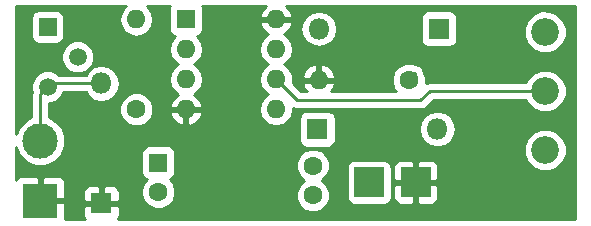
<source format=gbr>
G04 #@! TF.FileFunction,Copper,L1,Top,Signal*
%FSLAX46Y46*%
G04 Gerber Fmt 4.6, Leading zero omitted, Abs format (unit mm)*
G04 Created by KiCad (PCBNEW 4.0.7-e2-6376~58~ubuntu16.04.1) date Mon Jan 22 09:02:58 2018*
%MOMM*%
%LPD*%
G01*
G04 APERTURE LIST*
%ADD10C,0.100000*%
%ADD11C,1.600000*%
%ADD12R,1.600000X1.600000*%
%ADD13R,3.000000X3.000000*%
%ADD14C,3.000000*%
%ADD15C,1.520000*%
%ADD16R,1.520000X1.520000*%
%ADD17O,1.600000X1.600000*%
%ADD18C,2.340000*%
%ADD19R,2.500000X2.500000*%
%ADD20R,1.800000X1.800000*%
%ADD21O,1.800000X1.800000*%
%ADD22C,0.250000*%
%ADD23C,0.254000*%
G04 APERTURE END LIST*
D10*
D11*
X126339600Y-85547200D03*
X126339600Y-88047200D03*
D12*
X113258600Y-85267800D03*
D11*
X113258600Y-87767800D03*
D13*
X103251000Y-88519000D03*
D14*
X103251000Y-83439000D03*
D15*
X106426000Y-76327000D03*
X103886000Y-78867000D03*
D16*
X103886000Y-73787000D03*
D11*
X111379000Y-80772000D03*
D17*
X111379000Y-73152000D03*
D11*
X134442200Y-78282800D03*
D17*
X126822200Y-78282800D03*
D18*
X146024600Y-74201000D03*
X146024600Y-79201000D03*
X146024600Y-84201000D03*
D12*
X115595400Y-73152000D03*
D17*
X123215400Y-80772000D03*
X115595400Y-75692000D03*
X123215400Y-78232000D03*
X115595400Y-78232000D03*
X123215400Y-75692000D03*
X115595400Y-80772000D03*
X123215400Y-73152000D03*
D19*
X131099100Y-86944200D03*
X135039100Y-86944200D03*
D20*
X137007600Y-73939400D03*
D21*
X126847600Y-73939400D03*
D20*
X126720600Y-82448400D03*
D21*
X136880600Y-82448400D03*
D20*
X108432600Y-88734900D03*
D21*
X108432600Y-78574900D03*
D22*
X146024600Y-79201000D02*
X136254500Y-79201000D01*
X124993400Y-80010000D02*
X123215400Y-78232000D01*
X135445500Y-80010000D02*
X124993400Y-80010000D01*
X136254500Y-79201000D02*
X135445500Y-80010000D01*
X135001000Y-77724000D02*
X134442200Y-78282800D01*
X108432600Y-78574900D02*
X104178100Y-78574900D01*
X104178100Y-78574900D02*
X103251000Y-79502000D01*
X103251000Y-79502000D02*
X103251000Y-83439000D01*
D23*
G36*
X110364302Y-72109189D02*
X110053233Y-72574736D01*
X109944000Y-73123887D01*
X109944000Y-73180113D01*
X110053233Y-73729264D01*
X110364302Y-74194811D01*
X110829849Y-74505880D01*
X111379000Y-74615113D01*
X111928151Y-74505880D01*
X112393698Y-74194811D01*
X112704767Y-73729264D01*
X112814000Y-73180113D01*
X112814000Y-73123887D01*
X112704767Y-72574736D01*
X112393698Y-72109189D01*
X112279973Y-72033200D01*
X114244687Y-72033200D01*
X114198969Y-72100110D01*
X114147960Y-72352000D01*
X114147960Y-73952000D01*
X114192238Y-74187317D01*
X114331310Y-74403441D01*
X114543510Y-74548431D01*
X114698489Y-74579815D01*
X114552589Y-74677302D01*
X114241520Y-75142849D01*
X114132287Y-75692000D01*
X114241520Y-76241151D01*
X114552589Y-76706698D01*
X114934675Y-76962000D01*
X114552589Y-77217302D01*
X114241520Y-77682849D01*
X114132287Y-78232000D01*
X114241520Y-78781151D01*
X114552589Y-79246698D01*
X114957103Y-79516986D01*
X114740266Y-79619611D01*
X114364359Y-80034577D01*
X114203496Y-80422961D01*
X114325485Y-80645000D01*
X115468400Y-80645000D01*
X115468400Y-80625000D01*
X115722400Y-80625000D01*
X115722400Y-80645000D01*
X116865315Y-80645000D01*
X116987304Y-80422961D01*
X116826441Y-80034577D01*
X116450534Y-79619611D01*
X116233697Y-79516986D01*
X116638211Y-79246698D01*
X116949280Y-78781151D01*
X117058513Y-78232000D01*
X116949280Y-77682849D01*
X116638211Y-77217302D01*
X116256125Y-76962000D01*
X116638211Y-76706698D01*
X116949280Y-76241151D01*
X117058513Y-75692000D01*
X121752287Y-75692000D01*
X121861520Y-76241151D01*
X122172589Y-76706698D01*
X122554675Y-76962000D01*
X122172589Y-77217302D01*
X121861520Y-77682849D01*
X121752287Y-78232000D01*
X121861520Y-78781151D01*
X122172589Y-79246698D01*
X122554675Y-79502000D01*
X122172589Y-79757302D01*
X121861520Y-80222849D01*
X121752287Y-80772000D01*
X121861520Y-81321151D01*
X122172589Y-81786698D01*
X122638136Y-82097767D01*
X123187287Y-82207000D01*
X123243513Y-82207000D01*
X123792664Y-82097767D01*
X124258211Y-81786698D01*
X124417436Y-81548400D01*
X125173160Y-81548400D01*
X125173160Y-83348400D01*
X125217438Y-83583717D01*
X125356510Y-83799841D01*
X125568710Y-83944831D01*
X125820600Y-83995840D01*
X127620600Y-83995840D01*
X127855917Y-83951562D01*
X128072041Y-83812490D01*
X128217031Y-83600290D01*
X128268040Y-83348400D01*
X128268040Y-82448400D01*
X135315528Y-82448400D01*
X135432373Y-83035819D01*
X135765119Y-83533809D01*
X136263109Y-83866555D01*
X136850528Y-83983400D01*
X136910672Y-83983400D01*
X137498091Y-83866555D01*
X137996081Y-83533809D01*
X138328827Y-83035819D01*
X138445672Y-82448400D01*
X138328827Y-81860981D01*
X137996081Y-81362991D01*
X137498091Y-81030245D01*
X136910672Y-80913400D01*
X136850528Y-80913400D01*
X136263109Y-81030245D01*
X135765119Y-81362991D01*
X135432373Y-81860981D01*
X135315528Y-82448400D01*
X128268040Y-82448400D01*
X128268040Y-81548400D01*
X128223762Y-81313083D01*
X128084690Y-81096959D01*
X127872490Y-80951969D01*
X127620600Y-80900960D01*
X125820600Y-80900960D01*
X125585283Y-80945238D01*
X125369159Y-81084310D01*
X125224169Y-81296510D01*
X125173160Y-81548400D01*
X124417436Y-81548400D01*
X124569280Y-81321151D01*
X124678513Y-80772000D01*
X124661097Y-80684443D01*
X124702561Y-80712148D01*
X124993400Y-80770000D01*
X135445500Y-80770000D01*
X135736339Y-80712148D01*
X135982901Y-80547401D01*
X136569302Y-79961000D01*
X144385612Y-79961000D01*
X144493503Y-80222115D01*
X145000815Y-80730312D01*
X145663988Y-81005686D01*
X146382062Y-81006313D01*
X147045715Y-80732097D01*
X147553912Y-80224785D01*
X147829286Y-79561612D01*
X147829913Y-78843538D01*
X147555697Y-78179885D01*
X147048385Y-77671688D01*
X146385212Y-77396314D01*
X145667138Y-77395687D01*
X145003485Y-77669903D01*
X144495288Y-78177215D01*
X144385755Y-78441000D01*
X136254500Y-78441000D01*
X135963661Y-78498852D01*
X135876961Y-78556783D01*
X135877448Y-77998613D01*
X135758233Y-77710091D01*
X135703148Y-77433160D01*
X135538401Y-77186599D01*
X135291840Y-77021852D01*
X135014685Y-76966722D01*
X134728891Y-76848050D01*
X134158013Y-76847552D01*
X133630400Y-77065557D01*
X133226376Y-77468877D01*
X133007450Y-77996109D01*
X133006952Y-78566987D01*
X133224957Y-79094600D01*
X133380086Y-79250000D01*
X127845092Y-79250000D01*
X128053241Y-79020223D01*
X128214104Y-78631839D01*
X128092115Y-78409800D01*
X126949200Y-78409800D01*
X126949200Y-78429800D01*
X126695200Y-78429800D01*
X126695200Y-78409800D01*
X125552285Y-78409800D01*
X125430296Y-78631839D01*
X125591159Y-79020223D01*
X125799308Y-79250000D01*
X125308202Y-79250000D01*
X124614088Y-78555886D01*
X124678513Y-78232000D01*
X124619190Y-77933761D01*
X125430296Y-77933761D01*
X125552285Y-78155800D01*
X126695200Y-78155800D01*
X126695200Y-77012171D01*
X126949200Y-77012171D01*
X126949200Y-78155800D01*
X128092115Y-78155800D01*
X128214104Y-77933761D01*
X128053241Y-77545377D01*
X127677334Y-77130411D01*
X127171241Y-76890886D01*
X126949200Y-77012171D01*
X126695200Y-77012171D01*
X126473159Y-76890886D01*
X125967066Y-77130411D01*
X125591159Y-77545377D01*
X125430296Y-77933761D01*
X124619190Y-77933761D01*
X124569280Y-77682849D01*
X124258211Y-77217302D01*
X123876125Y-76962000D01*
X124258211Y-76706698D01*
X124569280Y-76241151D01*
X124678513Y-75692000D01*
X124569280Y-75142849D01*
X124258211Y-74677302D01*
X123853697Y-74407014D01*
X124070534Y-74304389D01*
X124401168Y-73939400D01*
X125282528Y-73939400D01*
X125399373Y-74526819D01*
X125732119Y-75024809D01*
X126230109Y-75357555D01*
X126817528Y-75474400D01*
X126877672Y-75474400D01*
X127465091Y-75357555D01*
X127963081Y-75024809D01*
X128295827Y-74526819D01*
X128412672Y-73939400D01*
X128295827Y-73351981D01*
X128086968Y-73039400D01*
X135460160Y-73039400D01*
X135460160Y-74839400D01*
X135504438Y-75074717D01*
X135643510Y-75290841D01*
X135855710Y-75435831D01*
X136107600Y-75486840D01*
X137907600Y-75486840D01*
X138142917Y-75442562D01*
X138359041Y-75303490D01*
X138504031Y-75091290D01*
X138555040Y-74839400D01*
X138555040Y-74558462D01*
X144219287Y-74558462D01*
X144493503Y-75222115D01*
X145000815Y-75730312D01*
X145663988Y-76005686D01*
X146382062Y-76006313D01*
X147045715Y-75732097D01*
X147553912Y-75224785D01*
X147829286Y-74561612D01*
X147829913Y-73843538D01*
X147555697Y-73179885D01*
X147048385Y-72671688D01*
X146385212Y-72396314D01*
X145667138Y-72395687D01*
X145003485Y-72669903D01*
X144495288Y-73177215D01*
X144219914Y-73840388D01*
X144219287Y-74558462D01*
X138555040Y-74558462D01*
X138555040Y-73039400D01*
X138510762Y-72804083D01*
X138371690Y-72587959D01*
X138159490Y-72442969D01*
X137907600Y-72391960D01*
X136107600Y-72391960D01*
X135872283Y-72436238D01*
X135656159Y-72575310D01*
X135511169Y-72787510D01*
X135460160Y-73039400D01*
X128086968Y-73039400D01*
X127963081Y-72853991D01*
X127465091Y-72521245D01*
X126877672Y-72404400D01*
X126817528Y-72404400D01*
X126230109Y-72521245D01*
X125732119Y-72853991D01*
X125399373Y-73351981D01*
X125282528Y-73939400D01*
X124401168Y-73939400D01*
X124446441Y-73889423D01*
X124607304Y-73501039D01*
X124485315Y-73279000D01*
X123342400Y-73279000D01*
X123342400Y-73299000D01*
X123088400Y-73299000D01*
X123088400Y-73279000D01*
X121945485Y-73279000D01*
X121823496Y-73501039D01*
X121984359Y-73889423D01*
X122360266Y-74304389D01*
X122577103Y-74407014D01*
X122172589Y-74677302D01*
X121861520Y-75142849D01*
X121752287Y-75692000D01*
X117058513Y-75692000D01*
X116949280Y-75142849D01*
X116638211Y-74677302D01*
X116493935Y-74580899D01*
X116630717Y-74555162D01*
X116846841Y-74416090D01*
X116991831Y-74203890D01*
X117042840Y-73952000D01*
X117042840Y-72352000D01*
X116998562Y-72116683D01*
X116944842Y-72033200D01*
X122329839Y-72033200D01*
X121984359Y-72414577D01*
X121823496Y-72802961D01*
X121945485Y-73025000D01*
X123088400Y-73025000D01*
X123088400Y-73005000D01*
X123342400Y-73005000D01*
X123342400Y-73025000D01*
X124485315Y-73025000D01*
X124607304Y-72802961D01*
X124446441Y-72414577D01*
X124100961Y-72033200D01*
X148565800Y-72033200D01*
X148565800Y-90056900D01*
X109808625Y-90056900D01*
X109870927Y-89994598D01*
X109967600Y-89761209D01*
X109967600Y-89020650D01*
X109808850Y-88861900D01*
X108559600Y-88861900D01*
X108559600Y-88881900D01*
X108305600Y-88881900D01*
X108305600Y-88861900D01*
X107056350Y-88861900D01*
X106897600Y-89020650D01*
X106897600Y-89761209D01*
X106994273Y-89994598D01*
X107056575Y-90056900D01*
X105386000Y-90056900D01*
X105386000Y-88804750D01*
X105227250Y-88646000D01*
X103378000Y-88646000D01*
X103378000Y-88666000D01*
X103124000Y-88666000D01*
X103124000Y-88646000D01*
X103104000Y-88646000D01*
X103104000Y-88392000D01*
X103124000Y-88392000D01*
X103124000Y-86542750D01*
X103378000Y-86542750D01*
X103378000Y-88392000D01*
X105227250Y-88392000D01*
X105386000Y-88233250D01*
X105386000Y-87708591D01*
X106897600Y-87708591D01*
X106897600Y-88449150D01*
X107056350Y-88607900D01*
X108305600Y-88607900D01*
X108305600Y-87358650D01*
X108559600Y-87358650D01*
X108559600Y-88607900D01*
X109808850Y-88607900D01*
X109967600Y-88449150D01*
X109967600Y-87708591D01*
X109870927Y-87475202D01*
X109692299Y-87296573D01*
X109458910Y-87199900D01*
X108718350Y-87199900D01*
X108559600Y-87358650D01*
X108305600Y-87358650D01*
X108146850Y-87199900D01*
X107406290Y-87199900D01*
X107172901Y-87296573D01*
X106994273Y-87475202D01*
X106897600Y-87708591D01*
X105386000Y-87708591D01*
X105386000Y-86892691D01*
X105289327Y-86659302D01*
X105110699Y-86480673D01*
X104877310Y-86384000D01*
X103536750Y-86384000D01*
X103378000Y-86542750D01*
X103124000Y-86542750D01*
X102965250Y-86384000D01*
X101624690Y-86384000D01*
X101391301Y-86480673D01*
X101212673Y-86659302D01*
X101167000Y-86769566D01*
X101167000Y-83986140D01*
X101439980Y-84646800D01*
X102040041Y-85247909D01*
X102824459Y-85573628D01*
X103673815Y-85574370D01*
X104458800Y-85250020D01*
X105059909Y-84649959D01*
X105135548Y-84467800D01*
X111811160Y-84467800D01*
X111811160Y-86067800D01*
X111855438Y-86303117D01*
X111994510Y-86519241D01*
X112206710Y-86664231D01*
X112311641Y-86685480D01*
X112042776Y-86953877D01*
X111823850Y-87481109D01*
X111823352Y-88051987D01*
X112041357Y-88579600D01*
X112444677Y-88983624D01*
X112971909Y-89202550D01*
X113542787Y-89203048D01*
X114070400Y-88985043D01*
X114474424Y-88581723D01*
X114693350Y-88054491D01*
X114693848Y-87483613D01*
X114475843Y-86956000D01*
X114207528Y-86687217D01*
X114293917Y-86670962D01*
X114510041Y-86531890D01*
X114655031Y-86319690D01*
X114706040Y-86067800D01*
X114706040Y-85831387D01*
X124904352Y-85831387D01*
X125122357Y-86359000D01*
X125525677Y-86763024D01*
X125607531Y-86797013D01*
X125527800Y-86829957D01*
X125123776Y-87233277D01*
X124904850Y-87760509D01*
X124904352Y-88331387D01*
X125122357Y-88859000D01*
X125525677Y-89263024D01*
X126052909Y-89481950D01*
X126623787Y-89482448D01*
X127151400Y-89264443D01*
X127555424Y-88861123D01*
X127774350Y-88333891D01*
X127774848Y-87763013D01*
X127556843Y-87235400D01*
X127153523Y-86831376D01*
X127071669Y-86797387D01*
X127151400Y-86764443D01*
X127555424Y-86361123D01*
X127774350Y-85833891D01*
X127774471Y-85694200D01*
X129201660Y-85694200D01*
X129201660Y-88194200D01*
X129245938Y-88429517D01*
X129385010Y-88645641D01*
X129597210Y-88790631D01*
X129849100Y-88841640D01*
X132349100Y-88841640D01*
X132584417Y-88797362D01*
X132800541Y-88658290D01*
X132945531Y-88446090D01*
X132996540Y-88194200D01*
X132996540Y-87229950D01*
X133154100Y-87229950D01*
X133154100Y-88320510D01*
X133250773Y-88553899D01*
X133429402Y-88732527D01*
X133662791Y-88829200D01*
X134753350Y-88829200D01*
X134912100Y-88670450D01*
X134912100Y-87071200D01*
X135166100Y-87071200D01*
X135166100Y-88670450D01*
X135324850Y-88829200D01*
X136415409Y-88829200D01*
X136648798Y-88732527D01*
X136827427Y-88553899D01*
X136924100Y-88320510D01*
X136924100Y-87229950D01*
X136765350Y-87071200D01*
X135166100Y-87071200D01*
X134912100Y-87071200D01*
X133312850Y-87071200D01*
X133154100Y-87229950D01*
X132996540Y-87229950D01*
X132996540Y-85694200D01*
X132972774Y-85567890D01*
X133154100Y-85567890D01*
X133154100Y-86658450D01*
X133312850Y-86817200D01*
X134912100Y-86817200D01*
X134912100Y-85217950D01*
X135166100Y-85217950D01*
X135166100Y-86817200D01*
X136765350Y-86817200D01*
X136924100Y-86658450D01*
X136924100Y-85567890D01*
X136827427Y-85334501D01*
X136648798Y-85155873D01*
X136415409Y-85059200D01*
X135324850Y-85059200D01*
X135166100Y-85217950D01*
X134912100Y-85217950D01*
X134753350Y-85059200D01*
X133662791Y-85059200D01*
X133429402Y-85155873D01*
X133250773Y-85334501D01*
X133154100Y-85567890D01*
X132972774Y-85567890D01*
X132952262Y-85458883D01*
X132813190Y-85242759D01*
X132600990Y-85097769D01*
X132349100Y-85046760D01*
X129849100Y-85046760D01*
X129613783Y-85091038D01*
X129397659Y-85230110D01*
X129252669Y-85442310D01*
X129201660Y-85694200D01*
X127774471Y-85694200D01*
X127774848Y-85263013D01*
X127556843Y-84735400D01*
X127380214Y-84558462D01*
X144219287Y-84558462D01*
X144493503Y-85222115D01*
X145000815Y-85730312D01*
X145663988Y-86005686D01*
X146382062Y-86006313D01*
X147045715Y-85732097D01*
X147553912Y-85224785D01*
X147829286Y-84561612D01*
X147829913Y-83843538D01*
X147555697Y-83179885D01*
X147048385Y-82671688D01*
X146385212Y-82396314D01*
X145667138Y-82395687D01*
X145003485Y-82669903D01*
X144495288Y-83177215D01*
X144219914Y-83840388D01*
X144219287Y-84558462D01*
X127380214Y-84558462D01*
X127153523Y-84331376D01*
X126626291Y-84112450D01*
X126055413Y-84111952D01*
X125527800Y-84329957D01*
X125123776Y-84733277D01*
X124904850Y-85260509D01*
X124904352Y-85831387D01*
X114706040Y-85831387D01*
X114706040Y-84467800D01*
X114661762Y-84232483D01*
X114522690Y-84016359D01*
X114310490Y-83871369D01*
X114058600Y-83820360D01*
X112458600Y-83820360D01*
X112223283Y-83864638D01*
X112007159Y-84003710D01*
X111862169Y-84215910D01*
X111811160Y-84467800D01*
X105135548Y-84467800D01*
X105385628Y-83865541D01*
X105386370Y-83016185D01*
X105062020Y-82231200D01*
X104461959Y-81630091D01*
X104011000Y-81442836D01*
X104011000Y-81056187D01*
X109943752Y-81056187D01*
X110161757Y-81583800D01*
X110565077Y-81987824D01*
X111092309Y-82206750D01*
X111663187Y-82207248D01*
X112190800Y-81989243D01*
X112594824Y-81585923D01*
X112787860Y-81121039D01*
X114203496Y-81121039D01*
X114364359Y-81509423D01*
X114740266Y-81924389D01*
X115246359Y-82163914D01*
X115468400Y-82042629D01*
X115468400Y-80899000D01*
X115722400Y-80899000D01*
X115722400Y-82042629D01*
X115944441Y-82163914D01*
X116450534Y-81924389D01*
X116826441Y-81509423D01*
X116987304Y-81121039D01*
X116865315Y-80899000D01*
X115722400Y-80899000D01*
X115468400Y-80899000D01*
X114325485Y-80899000D01*
X114203496Y-81121039D01*
X112787860Y-81121039D01*
X112813750Y-81058691D01*
X112814248Y-80487813D01*
X112596243Y-79960200D01*
X112192923Y-79556176D01*
X111665691Y-79337250D01*
X111094813Y-79336752D01*
X110567200Y-79554757D01*
X110163176Y-79958077D01*
X109944250Y-80485309D01*
X109943752Y-81056187D01*
X104011000Y-81056187D01*
X104011000Y-80262110D01*
X104162265Y-80262242D01*
X104675172Y-80050313D01*
X105067934Y-79658236D01*
X105202195Y-79334900D01*
X107109666Y-79334900D01*
X107347191Y-79690381D01*
X107845181Y-80023127D01*
X108432600Y-80139972D01*
X109020019Y-80023127D01*
X109518009Y-79690381D01*
X109850755Y-79192391D01*
X109967600Y-78604972D01*
X109967600Y-78544828D01*
X109850755Y-77957409D01*
X109518009Y-77459419D01*
X109020019Y-77126673D01*
X108432600Y-77009828D01*
X107845181Y-77126673D01*
X107347191Y-77459419D01*
X107109666Y-77814900D01*
X104806844Y-77814900D01*
X104677236Y-77685066D01*
X104164700Y-77472242D01*
X103609735Y-77471758D01*
X103096828Y-77683687D01*
X102704066Y-78075764D01*
X102491242Y-78588300D01*
X102490758Y-79143265D01*
X102539090Y-79260237D01*
X102491000Y-79502000D01*
X102491000Y-81442952D01*
X102043200Y-81627980D01*
X101442091Y-82228041D01*
X101167000Y-82890533D01*
X101167000Y-76603265D01*
X105030758Y-76603265D01*
X105242687Y-77116172D01*
X105634764Y-77508934D01*
X106147300Y-77721758D01*
X106702265Y-77722242D01*
X107215172Y-77510313D01*
X107607934Y-77118236D01*
X107820758Y-76605700D01*
X107821242Y-76050735D01*
X107609313Y-75537828D01*
X107217236Y-75145066D01*
X106704700Y-74932242D01*
X106149735Y-74931758D01*
X105636828Y-75143687D01*
X105244066Y-75535764D01*
X105031242Y-76048300D01*
X105030758Y-76603265D01*
X101167000Y-76603265D01*
X101167000Y-73027000D01*
X102478560Y-73027000D01*
X102478560Y-74547000D01*
X102522838Y-74782317D01*
X102661910Y-74998441D01*
X102874110Y-75143431D01*
X103126000Y-75194440D01*
X104646000Y-75194440D01*
X104881317Y-75150162D01*
X105097441Y-75011090D01*
X105242431Y-74798890D01*
X105293440Y-74547000D01*
X105293440Y-73027000D01*
X105249162Y-72791683D01*
X105110090Y-72575559D01*
X104897890Y-72430569D01*
X104646000Y-72379560D01*
X103126000Y-72379560D01*
X102890683Y-72423838D01*
X102674559Y-72562910D01*
X102529569Y-72775110D01*
X102478560Y-73027000D01*
X101167000Y-73027000D01*
X101167000Y-72033200D01*
X110478027Y-72033200D01*
X110364302Y-72109189D01*
X110364302Y-72109189D01*
G37*
X110364302Y-72109189D02*
X110053233Y-72574736D01*
X109944000Y-73123887D01*
X109944000Y-73180113D01*
X110053233Y-73729264D01*
X110364302Y-74194811D01*
X110829849Y-74505880D01*
X111379000Y-74615113D01*
X111928151Y-74505880D01*
X112393698Y-74194811D01*
X112704767Y-73729264D01*
X112814000Y-73180113D01*
X112814000Y-73123887D01*
X112704767Y-72574736D01*
X112393698Y-72109189D01*
X112279973Y-72033200D01*
X114244687Y-72033200D01*
X114198969Y-72100110D01*
X114147960Y-72352000D01*
X114147960Y-73952000D01*
X114192238Y-74187317D01*
X114331310Y-74403441D01*
X114543510Y-74548431D01*
X114698489Y-74579815D01*
X114552589Y-74677302D01*
X114241520Y-75142849D01*
X114132287Y-75692000D01*
X114241520Y-76241151D01*
X114552589Y-76706698D01*
X114934675Y-76962000D01*
X114552589Y-77217302D01*
X114241520Y-77682849D01*
X114132287Y-78232000D01*
X114241520Y-78781151D01*
X114552589Y-79246698D01*
X114957103Y-79516986D01*
X114740266Y-79619611D01*
X114364359Y-80034577D01*
X114203496Y-80422961D01*
X114325485Y-80645000D01*
X115468400Y-80645000D01*
X115468400Y-80625000D01*
X115722400Y-80625000D01*
X115722400Y-80645000D01*
X116865315Y-80645000D01*
X116987304Y-80422961D01*
X116826441Y-80034577D01*
X116450534Y-79619611D01*
X116233697Y-79516986D01*
X116638211Y-79246698D01*
X116949280Y-78781151D01*
X117058513Y-78232000D01*
X116949280Y-77682849D01*
X116638211Y-77217302D01*
X116256125Y-76962000D01*
X116638211Y-76706698D01*
X116949280Y-76241151D01*
X117058513Y-75692000D01*
X121752287Y-75692000D01*
X121861520Y-76241151D01*
X122172589Y-76706698D01*
X122554675Y-76962000D01*
X122172589Y-77217302D01*
X121861520Y-77682849D01*
X121752287Y-78232000D01*
X121861520Y-78781151D01*
X122172589Y-79246698D01*
X122554675Y-79502000D01*
X122172589Y-79757302D01*
X121861520Y-80222849D01*
X121752287Y-80772000D01*
X121861520Y-81321151D01*
X122172589Y-81786698D01*
X122638136Y-82097767D01*
X123187287Y-82207000D01*
X123243513Y-82207000D01*
X123792664Y-82097767D01*
X124258211Y-81786698D01*
X124417436Y-81548400D01*
X125173160Y-81548400D01*
X125173160Y-83348400D01*
X125217438Y-83583717D01*
X125356510Y-83799841D01*
X125568710Y-83944831D01*
X125820600Y-83995840D01*
X127620600Y-83995840D01*
X127855917Y-83951562D01*
X128072041Y-83812490D01*
X128217031Y-83600290D01*
X128268040Y-83348400D01*
X128268040Y-82448400D01*
X135315528Y-82448400D01*
X135432373Y-83035819D01*
X135765119Y-83533809D01*
X136263109Y-83866555D01*
X136850528Y-83983400D01*
X136910672Y-83983400D01*
X137498091Y-83866555D01*
X137996081Y-83533809D01*
X138328827Y-83035819D01*
X138445672Y-82448400D01*
X138328827Y-81860981D01*
X137996081Y-81362991D01*
X137498091Y-81030245D01*
X136910672Y-80913400D01*
X136850528Y-80913400D01*
X136263109Y-81030245D01*
X135765119Y-81362991D01*
X135432373Y-81860981D01*
X135315528Y-82448400D01*
X128268040Y-82448400D01*
X128268040Y-81548400D01*
X128223762Y-81313083D01*
X128084690Y-81096959D01*
X127872490Y-80951969D01*
X127620600Y-80900960D01*
X125820600Y-80900960D01*
X125585283Y-80945238D01*
X125369159Y-81084310D01*
X125224169Y-81296510D01*
X125173160Y-81548400D01*
X124417436Y-81548400D01*
X124569280Y-81321151D01*
X124678513Y-80772000D01*
X124661097Y-80684443D01*
X124702561Y-80712148D01*
X124993400Y-80770000D01*
X135445500Y-80770000D01*
X135736339Y-80712148D01*
X135982901Y-80547401D01*
X136569302Y-79961000D01*
X144385612Y-79961000D01*
X144493503Y-80222115D01*
X145000815Y-80730312D01*
X145663988Y-81005686D01*
X146382062Y-81006313D01*
X147045715Y-80732097D01*
X147553912Y-80224785D01*
X147829286Y-79561612D01*
X147829913Y-78843538D01*
X147555697Y-78179885D01*
X147048385Y-77671688D01*
X146385212Y-77396314D01*
X145667138Y-77395687D01*
X145003485Y-77669903D01*
X144495288Y-78177215D01*
X144385755Y-78441000D01*
X136254500Y-78441000D01*
X135963661Y-78498852D01*
X135876961Y-78556783D01*
X135877448Y-77998613D01*
X135758233Y-77710091D01*
X135703148Y-77433160D01*
X135538401Y-77186599D01*
X135291840Y-77021852D01*
X135014685Y-76966722D01*
X134728891Y-76848050D01*
X134158013Y-76847552D01*
X133630400Y-77065557D01*
X133226376Y-77468877D01*
X133007450Y-77996109D01*
X133006952Y-78566987D01*
X133224957Y-79094600D01*
X133380086Y-79250000D01*
X127845092Y-79250000D01*
X128053241Y-79020223D01*
X128214104Y-78631839D01*
X128092115Y-78409800D01*
X126949200Y-78409800D01*
X126949200Y-78429800D01*
X126695200Y-78429800D01*
X126695200Y-78409800D01*
X125552285Y-78409800D01*
X125430296Y-78631839D01*
X125591159Y-79020223D01*
X125799308Y-79250000D01*
X125308202Y-79250000D01*
X124614088Y-78555886D01*
X124678513Y-78232000D01*
X124619190Y-77933761D01*
X125430296Y-77933761D01*
X125552285Y-78155800D01*
X126695200Y-78155800D01*
X126695200Y-77012171D01*
X126949200Y-77012171D01*
X126949200Y-78155800D01*
X128092115Y-78155800D01*
X128214104Y-77933761D01*
X128053241Y-77545377D01*
X127677334Y-77130411D01*
X127171241Y-76890886D01*
X126949200Y-77012171D01*
X126695200Y-77012171D01*
X126473159Y-76890886D01*
X125967066Y-77130411D01*
X125591159Y-77545377D01*
X125430296Y-77933761D01*
X124619190Y-77933761D01*
X124569280Y-77682849D01*
X124258211Y-77217302D01*
X123876125Y-76962000D01*
X124258211Y-76706698D01*
X124569280Y-76241151D01*
X124678513Y-75692000D01*
X124569280Y-75142849D01*
X124258211Y-74677302D01*
X123853697Y-74407014D01*
X124070534Y-74304389D01*
X124401168Y-73939400D01*
X125282528Y-73939400D01*
X125399373Y-74526819D01*
X125732119Y-75024809D01*
X126230109Y-75357555D01*
X126817528Y-75474400D01*
X126877672Y-75474400D01*
X127465091Y-75357555D01*
X127963081Y-75024809D01*
X128295827Y-74526819D01*
X128412672Y-73939400D01*
X128295827Y-73351981D01*
X128086968Y-73039400D01*
X135460160Y-73039400D01*
X135460160Y-74839400D01*
X135504438Y-75074717D01*
X135643510Y-75290841D01*
X135855710Y-75435831D01*
X136107600Y-75486840D01*
X137907600Y-75486840D01*
X138142917Y-75442562D01*
X138359041Y-75303490D01*
X138504031Y-75091290D01*
X138555040Y-74839400D01*
X138555040Y-74558462D01*
X144219287Y-74558462D01*
X144493503Y-75222115D01*
X145000815Y-75730312D01*
X145663988Y-76005686D01*
X146382062Y-76006313D01*
X147045715Y-75732097D01*
X147553912Y-75224785D01*
X147829286Y-74561612D01*
X147829913Y-73843538D01*
X147555697Y-73179885D01*
X147048385Y-72671688D01*
X146385212Y-72396314D01*
X145667138Y-72395687D01*
X145003485Y-72669903D01*
X144495288Y-73177215D01*
X144219914Y-73840388D01*
X144219287Y-74558462D01*
X138555040Y-74558462D01*
X138555040Y-73039400D01*
X138510762Y-72804083D01*
X138371690Y-72587959D01*
X138159490Y-72442969D01*
X137907600Y-72391960D01*
X136107600Y-72391960D01*
X135872283Y-72436238D01*
X135656159Y-72575310D01*
X135511169Y-72787510D01*
X135460160Y-73039400D01*
X128086968Y-73039400D01*
X127963081Y-72853991D01*
X127465091Y-72521245D01*
X126877672Y-72404400D01*
X126817528Y-72404400D01*
X126230109Y-72521245D01*
X125732119Y-72853991D01*
X125399373Y-73351981D01*
X125282528Y-73939400D01*
X124401168Y-73939400D01*
X124446441Y-73889423D01*
X124607304Y-73501039D01*
X124485315Y-73279000D01*
X123342400Y-73279000D01*
X123342400Y-73299000D01*
X123088400Y-73299000D01*
X123088400Y-73279000D01*
X121945485Y-73279000D01*
X121823496Y-73501039D01*
X121984359Y-73889423D01*
X122360266Y-74304389D01*
X122577103Y-74407014D01*
X122172589Y-74677302D01*
X121861520Y-75142849D01*
X121752287Y-75692000D01*
X117058513Y-75692000D01*
X116949280Y-75142849D01*
X116638211Y-74677302D01*
X116493935Y-74580899D01*
X116630717Y-74555162D01*
X116846841Y-74416090D01*
X116991831Y-74203890D01*
X117042840Y-73952000D01*
X117042840Y-72352000D01*
X116998562Y-72116683D01*
X116944842Y-72033200D01*
X122329839Y-72033200D01*
X121984359Y-72414577D01*
X121823496Y-72802961D01*
X121945485Y-73025000D01*
X123088400Y-73025000D01*
X123088400Y-73005000D01*
X123342400Y-73005000D01*
X123342400Y-73025000D01*
X124485315Y-73025000D01*
X124607304Y-72802961D01*
X124446441Y-72414577D01*
X124100961Y-72033200D01*
X148565800Y-72033200D01*
X148565800Y-90056900D01*
X109808625Y-90056900D01*
X109870927Y-89994598D01*
X109967600Y-89761209D01*
X109967600Y-89020650D01*
X109808850Y-88861900D01*
X108559600Y-88861900D01*
X108559600Y-88881900D01*
X108305600Y-88881900D01*
X108305600Y-88861900D01*
X107056350Y-88861900D01*
X106897600Y-89020650D01*
X106897600Y-89761209D01*
X106994273Y-89994598D01*
X107056575Y-90056900D01*
X105386000Y-90056900D01*
X105386000Y-88804750D01*
X105227250Y-88646000D01*
X103378000Y-88646000D01*
X103378000Y-88666000D01*
X103124000Y-88666000D01*
X103124000Y-88646000D01*
X103104000Y-88646000D01*
X103104000Y-88392000D01*
X103124000Y-88392000D01*
X103124000Y-86542750D01*
X103378000Y-86542750D01*
X103378000Y-88392000D01*
X105227250Y-88392000D01*
X105386000Y-88233250D01*
X105386000Y-87708591D01*
X106897600Y-87708591D01*
X106897600Y-88449150D01*
X107056350Y-88607900D01*
X108305600Y-88607900D01*
X108305600Y-87358650D01*
X108559600Y-87358650D01*
X108559600Y-88607900D01*
X109808850Y-88607900D01*
X109967600Y-88449150D01*
X109967600Y-87708591D01*
X109870927Y-87475202D01*
X109692299Y-87296573D01*
X109458910Y-87199900D01*
X108718350Y-87199900D01*
X108559600Y-87358650D01*
X108305600Y-87358650D01*
X108146850Y-87199900D01*
X107406290Y-87199900D01*
X107172901Y-87296573D01*
X106994273Y-87475202D01*
X106897600Y-87708591D01*
X105386000Y-87708591D01*
X105386000Y-86892691D01*
X105289327Y-86659302D01*
X105110699Y-86480673D01*
X104877310Y-86384000D01*
X103536750Y-86384000D01*
X103378000Y-86542750D01*
X103124000Y-86542750D01*
X102965250Y-86384000D01*
X101624690Y-86384000D01*
X101391301Y-86480673D01*
X101212673Y-86659302D01*
X101167000Y-86769566D01*
X101167000Y-83986140D01*
X101439980Y-84646800D01*
X102040041Y-85247909D01*
X102824459Y-85573628D01*
X103673815Y-85574370D01*
X104458800Y-85250020D01*
X105059909Y-84649959D01*
X105135548Y-84467800D01*
X111811160Y-84467800D01*
X111811160Y-86067800D01*
X111855438Y-86303117D01*
X111994510Y-86519241D01*
X112206710Y-86664231D01*
X112311641Y-86685480D01*
X112042776Y-86953877D01*
X111823850Y-87481109D01*
X111823352Y-88051987D01*
X112041357Y-88579600D01*
X112444677Y-88983624D01*
X112971909Y-89202550D01*
X113542787Y-89203048D01*
X114070400Y-88985043D01*
X114474424Y-88581723D01*
X114693350Y-88054491D01*
X114693848Y-87483613D01*
X114475843Y-86956000D01*
X114207528Y-86687217D01*
X114293917Y-86670962D01*
X114510041Y-86531890D01*
X114655031Y-86319690D01*
X114706040Y-86067800D01*
X114706040Y-85831387D01*
X124904352Y-85831387D01*
X125122357Y-86359000D01*
X125525677Y-86763024D01*
X125607531Y-86797013D01*
X125527800Y-86829957D01*
X125123776Y-87233277D01*
X124904850Y-87760509D01*
X124904352Y-88331387D01*
X125122357Y-88859000D01*
X125525677Y-89263024D01*
X126052909Y-89481950D01*
X126623787Y-89482448D01*
X127151400Y-89264443D01*
X127555424Y-88861123D01*
X127774350Y-88333891D01*
X127774848Y-87763013D01*
X127556843Y-87235400D01*
X127153523Y-86831376D01*
X127071669Y-86797387D01*
X127151400Y-86764443D01*
X127555424Y-86361123D01*
X127774350Y-85833891D01*
X127774471Y-85694200D01*
X129201660Y-85694200D01*
X129201660Y-88194200D01*
X129245938Y-88429517D01*
X129385010Y-88645641D01*
X129597210Y-88790631D01*
X129849100Y-88841640D01*
X132349100Y-88841640D01*
X132584417Y-88797362D01*
X132800541Y-88658290D01*
X132945531Y-88446090D01*
X132996540Y-88194200D01*
X132996540Y-87229950D01*
X133154100Y-87229950D01*
X133154100Y-88320510D01*
X133250773Y-88553899D01*
X133429402Y-88732527D01*
X133662791Y-88829200D01*
X134753350Y-88829200D01*
X134912100Y-88670450D01*
X134912100Y-87071200D01*
X135166100Y-87071200D01*
X135166100Y-88670450D01*
X135324850Y-88829200D01*
X136415409Y-88829200D01*
X136648798Y-88732527D01*
X136827427Y-88553899D01*
X136924100Y-88320510D01*
X136924100Y-87229950D01*
X136765350Y-87071200D01*
X135166100Y-87071200D01*
X134912100Y-87071200D01*
X133312850Y-87071200D01*
X133154100Y-87229950D01*
X132996540Y-87229950D01*
X132996540Y-85694200D01*
X132972774Y-85567890D01*
X133154100Y-85567890D01*
X133154100Y-86658450D01*
X133312850Y-86817200D01*
X134912100Y-86817200D01*
X134912100Y-85217950D01*
X135166100Y-85217950D01*
X135166100Y-86817200D01*
X136765350Y-86817200D01*
X136924100Y-86658450D01*
X136924100Y-85567890D01*
X136827427Y-85334501D01*
X136648798Y-85155873D01*
X136415409Y-85059200D01*
X135324850Y-85059200D01*
X135166100Y-85217950D01*
X134912100Y-85217950D01*
X134753350Y-85059200D01*
X133662791Y-85059200D01*
X133429402Y-85155873D01*
X133250773Y-85334501D01*
X133154100Y-85567890D01*
X132972774Y-85567890D01*
X132952262Y-85458883D01*
X132813190Y-85242759D01*
X132600990Y-85097769D01*
X132349100Y-85046760D01*
X129849100Y-85046760D01*
X129613783Y-85091038D01*
X129397659Y-85230110D01*
X129252669Y-85442310D01*
X129201660Y-85694200D01*
X127774471Y-85694200D01*
X127774848Y-85263013D01*
X127556843Y-84735400D01*
X127380214Y-84558462D01*
X144219287Y-84558462D01*
X144493503Y-85222115D01*
X145000815Y-85730312D01*
X145663988Y-86005686D01*
X146382062Y-86006313D01*
X147045715Y-85732097D01*
X147553912Y-85224785D01*
X147829286Y-84561612D01*
X147829913Y-83843538D01*
X147555697Y-83179885D01*
X147048385Y-82671688D01*
X146385212Y-82396314D01*
X145667138Y-82395687D01*
X145003485Y-82669903D01*
X144495288Y-83177215D01*
X144219914Y-83840388D01*
X144219287Y-84558462D01*
X127380214Y-84558462D01*
X127153523Y-84331376D01*
X126626291Y-84112450D01*
X126055413Y-84111952D01*
X125527800Y-84329957D01*
X125123776Y-84733277D01*
X124904850Y-85260509D01*
X124904352Y-85831387D01*
X114706040Y-85831387D01*
X114706040Y-84467800D01*
X114661762Y-84232483D01*
X114522690Y-84016359D01*
X114310490Y-83871369D01*
X114058600Y-83820360D01*
X112458600Y-83820360D01*
X112223283Y-83864638D01*
X112007159Y-84003710D01*
X111862169Y-84215910D01*
X111811160Y-84467800D01*
X105135548Y-84467800D01*
X105385628Y-83865541D01*
X105386370Y-83016185D01*
X105062020Y-82231200D01*
X104461959Y-81630091D01*
X104011000Y-81442836D01*
X104011000Y-81056187D01*
X109943752Y-81056187D01*
X110161757Y-81583800D01*
X110565077Y-81987824D01*
X111092309Y-82206750D01*
X111663187Y-82207248D01*
X112190800Y-81989243D01*
X112594824Y-81585923D01*
X112787860Y-81121039D01*
X114203496Y-81121039D01*
X114364359Y-81509423D01*
X114740266Y-81924389D01*
X115246359Y-82163914D01*
X115468400Y-82042629D01*
X115468400Y-80899000D01*
X115722400Y-80899000D01*
X115722400Y-82042629D01*
X115944441Y-82163914D01*
X116450534Y-81924389D01*
X116826441Y-81509423D01*
X116987304Y-81121039D01*
X116865315Y-80899000D01*
X115722400Y-80899000D01*
X115468400Y-80899000D01*
X114325485Y-80899000D01*
X114203496Y-81121039D01*
X112787860Y-81121039D01*
X112813750Y-81058691D01*
X112814248Y-80487813D01*
X112596243Y-79960200D01*
X112192923Y-79556176D01*
X111665691Y-79337250D01*
X111094813Y-79336752D01*
X110567200Y-79554757D01*
X110163176Y-79958077D01*
X109944250Y-80485309D01*
X109943752Y-81056187D01*
X104011000Y-81056187D01*
X104011000Y-80262110D01*
X104162265Y-80262242D01*
X104675172Y-80050313D01*
X105067934Y-79658236D01*
X105202195Y-79334900D01*
X107109666Y-79334900D01*
X107347191Y-79690381D01*
X107845181Y-80023127D01*
X108432600Y-80139972D01*
X109020019Y-80023127D01*
X109518009Y-79690381D01*
X109850755Y-79192391D01*
X109967600Y-78604972D01*
X109967600Y-78544828D01*
X109850755Y-77957409D01*
X109518009Y-77459419D01*
X109020019Y-77126673D01*
X108432600Y-77009828D01*
X107845181Y-77126673D01*
X107347191Y-77459419D01*
X107109666Y-77814900D01*
X104806844Y-77814900D01*
X104677236Y-77685066D01*
X104164700Y-77472242D01*
X103609735Y-77471758D01*
X103096828Y-77683687D01*
X102704066Y-78075764D01*
X102491242Y-78588300D01*
X102490758Y-79143265D01*
X102539090Y-79260237D01*
X102491000Y-79502000D01*
X102491000Y-81442952D01*
X102043200Y-81627980D01*
X101442091Y-82228041D01*
X101167000Y-82890533D01*
X101167000Y-76603265D01*
X105030758Y-76603265D01*
X105242687Y-77116172D01*
X105634764Y-77508934D01*
X106147300Y-77721758D01*
X106702265Y-77722242D01*
X107215172Y-77510313D01*
X107607934Y-77118236D01*
X107820758Y-76605700D01*
X107821242Y-76050735D01*
X107609313Y-75537828D01*
X107217236Y-75145066D01*
X106704700Y-74932242D01*
X106149735Y-74931758D01*
X105636828Y-75143687D01*
X105244066Y-75535764D01*
X105031242Y-76048300D01*
X105030758Y-76603265D01*
X101167000Y-76603265D01*
X101167000Y-73027000D01*
X102478560Y-73027000D01*
X102478560Y-74547000D01*
X102522838Y-74782317D01*
X102661910Y-74998441D01*
X102874110Y-75143431D01*
X103126000Y-75194440D01*
X104646000Y-75194440D01*
X104881317Y-75150162D01*
X105097441Y-75011090D01*
X105242431Y-74798890D01*
X105293440Y-74547000D01*
X105293440Y-73027000D01*
X105249162Y-72791683D01*
X105110090Y-72575559D01*
X104897890Y-72430569D01*
X104646000Y-72379560D01*
X103126000Y-72379560D01*
X102890683Y-72423838D01*
X102674559Y-72562910D01*
X102529569Y-72775110D01*
X102478560Y-73027000D01*
X101167000Y-73027000D01*
X101167000Y-72033200D01*
X110478027Y-72033200D01*
X110364302Y-72109189D01*
M02*

</source>
